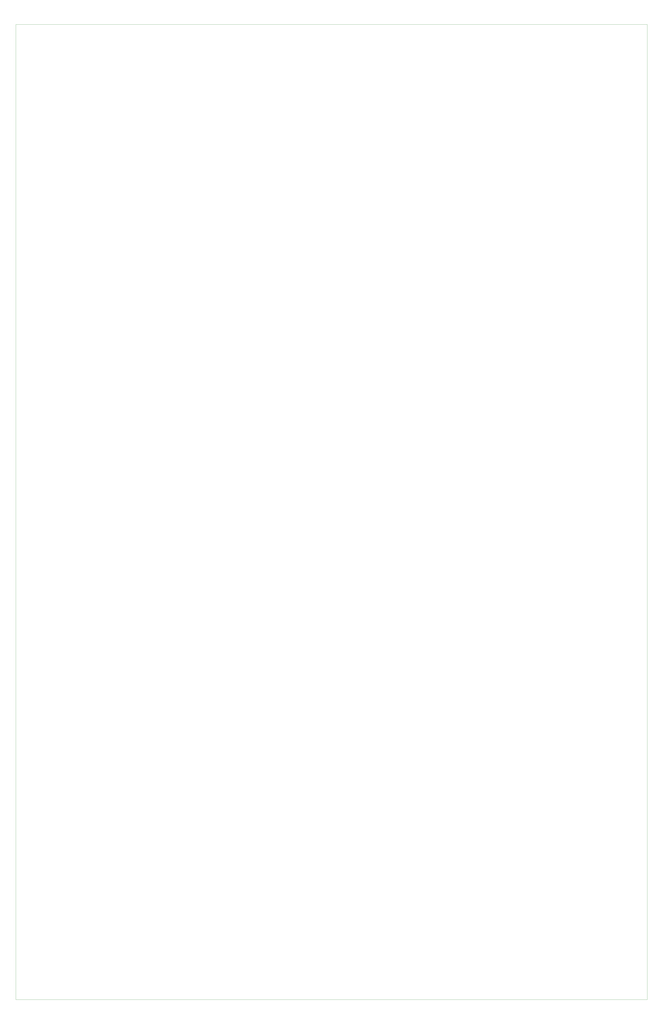
<source format=gbr>
%TF.GenerationSoftware,Altium Limited,Altium Designer,22.9.1 (49)*%
G04 Layer_Color=0*
%FSLAX45Y45*%
%MOMM*%
%TF.SameCoordinates,19B3199C-24C9-4E42-A554-521A99F5088D*%
%TF.FilePolarity,Positive*%
%TF.FileFunction,Profile,NP*%
%TF.Part,Single*%
G01*
G75*
%TA.AperFunction,Profile*%
%ADD38C,0.02540*%
D38*
X2540000Y2540000D02*
X33007300D01*
Y49529999D01*
X2540000D01*
Y2540000D01*
%TF.MD5,625e94d05479be038d993c8cb1a17980*%
M02*

</source>
